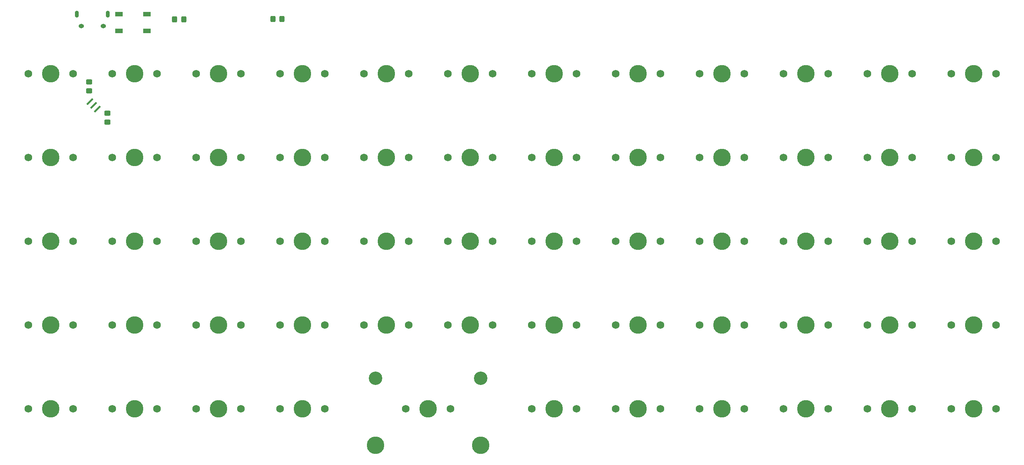
<source format=gbr>
G04 #@! TF.GenerationSoftware,KiCad,Pcbnew,(6.0.4)*
G04 #@! TF.CreationDate,2023-01-11T07:52:03+01:00*
G04 #@! TF.ProjectId,keyboard,6b657962-6f61-4726-942e-6b696361645f,rev?*
G04 #@! TF.SameCoordinates,Original*
G04 #@! TF.FileFunction,Soldermask,Top*
G04 #@! TF.FilePolarity,Negative*
%FSLAX46Y46*%
G04 Gerber Fmt 4.6, Leading zero omitted, Abs format (unit mm)*
G04 Created by KiCad (PCBNEW (6.0.4)) date 2023-01-11 07:52:03*
%MOMM*%
%LPD*%
G01*
G04 APERTURE LIST*
G04 Aperture macros list*
%AMRoundRect*
0 Rectangle with rounded corners*
0 $1 Rounding radius*
0 $2 $3 $4 $5 $6 $7 $8 $9 X,Y pos of 4 corners*
0 Add a 4 corners polygon primitive as box body*
4,1,4,$2,$3,$4,$5,$6,$7,$8,$9,$2,$3,0*
0 Add four circle primitives for the rounded corners*
1,1,$1+$1,$2,$3*
1,1,$1+$1,$4,$5*
1,1,$1+$1,$6,$7*
1,1,$1+$1,$8,$9*
0 Add four rect primitives between the rounded corners*
20,1,$1+$1,$2,$3,$4,$5,0*
20,1,$1+$1,$4,$5,$6,$7,0*
20,1,$1+$1,$6,$7,$8,$9,0*
20,1,$1+$1,$8,$9,$2,$3,0*%
%AMRotRect*
0 Rectangle, with rotation*
0 The origin of the aperture is its center*
0 $1 length*
0 $2 width*
0 $3 Rotation angle, in degrees counterclockwise*
0 Add horizontal line*
21,1,$1,$2,0,0,$3*%
G04 Aperture macros list end*
%ADD10RoundRect,0.250000X0.450000X-0.325000X0.450000X0.325000X-0.450000X0.325000X-0.450000X-0.325000X0*%
%ADD11RoundRect,0.250000X-0.450000X0.325000X-0.450000X-0.325000X0.450000X-0.325000X0.450000X0.325000X0*%
%ADD12R,1.700000X1.000000*%
%ADD13RotRect,0.400000X1.900000X315.000000*%
%ADD14RoundRect,0.250000X-0.325000X-0.450000X0.325000X-0.450000X0.325000X0.450000X-0.325000X0.450000X0*%
%ADD15C,1.750000*%
%ADD16C,3.987800*%
%ADD17C,3.048000*%
%ADD18O,0.890000X1.550000*%
%ADD19O,1.250000X0.950000*%
G04 APERTURE END LIST*
D10*
X66000000Y-84825000D03*
X66000000Y-82775000D03*
D11*
X70100000Y-89875000D03*
X70100000Y-91925000D03*
D12*
X79050000Y-67400000D03*
X72750000Y-67400000D03*
X72750000Y-71200000D03*
X79050000Y-71200000D03*
D13*
X66151472Y-87251472D03*
X67000000Y-88100000D03*
X67848528Y-88948528D03*
D14*
X85395001Y-68520001D03*
X87445001Y-68520001D03*
X107725000Y-68500000D03*
X109775000Y-68500000D03*
D15*
X223595000Y-138075000D03*
D16*
X228675000Y-138075000D03*
D15*
X233755000Y-138075000D03*
X271855000Y-138075000D03*
X261695000Y-138075000D03*
D16*
X266775000Y-138075000D03*
X247725000Y-138075000D03*
D15*
X242645000Y-138075000D03*
X252805000Y-138075000D03*
X81355000Y-119025000D03*
D16*
X76275000Y-119025000D03*
D15*
X71195000Y-119025000D03*
D16*
X133425000Y-138075000D03*
D15*
X138505000Y-138075000D03*
X128345000Y-138075000D03*
D16*
X133425000Y-99975000D03*
D15*
X128345000Y-99975000D03*
X138505000Y-99975000D03*
D16*
X57225000Y-138075000D03*
D15*
X62305000Y-138075000D03*
X52145000Y-138075000D03*
D16*
X171525000Y-80925000D03*
D15*
X176605000Y-80925000D03*
X166445000Y-80925000D03*
X157555000Y-80925000D03*
X147395000Y-80925000D03*
D16*
X152475000Y-80925000D03*
X114375000Y-80925000D03*
D15*
X109295000Y-80925000D03*
X119455000Y-80925000D03*
X195655000Y-119025000D03*
X185495000Y-119025000D03*
D16*
X190575000Y-119025000D03*
D15*
X62305000Y-80925000D03*
D16*
X57225000Y-80925000D03*
D15*
X52145000Y-80925000D03*
X214705000Y-138075000D03*
D16*
X209625000Y-138075000D03*
D15*
X204545000Y-138075000D03*
D16*
X95325000Y-80925000D03*
D15*
X100405000Y-80925000D03*
X90245000Y-80925000D03*
D16*
X266775000Y-119025000D03*
D15*
X271855000Y-119025000D03*
X261695000Y-119025000D03*
D16*
X142950000Y-157125000D03*
X154888000Y-165380000D03*
D15*
X137870000Y-157125000D03*
D17*
X154888000Y-150140000D03*
X131012000Y-150140000D03*
D15*
X148030000Y-157125000D03*
D16*
X131012000Y-165380000D03*
D15*
X242645000Y-157125000D03*
X252805000Y-157125000D03*
D16*
X247725000Y-157125000D03*
D15*
X223595000Y-119025000D03*
D16*
X228675000Y-119025000D03*
D15*
X233755000Y-119025000D03*
D16*
X247725000Y-80925000D03*
D15*
X252805000Y-80925000D03*
X242645000Y-80925000D03*
X185495000Y-80925000D03*
D16*
X190575000Y-80925000D03*
D15*
X195655000Y-80925000D03*
X81355000Y-99975000D03*
X71195000Y-99975000D03*
D16*
X76275000Y-99975000D03*
D15*
X100405000Y-157125000D03*
D16*
X95325000Y-157125000D03*
D15*
X90245000Y-157125000D03*
X157555000Y-138075000D03*
D16*
X152475000Y-138075000D03*
D15*
X147395000Y-138075000D03*
X261695000Y-80925000D03*
X271855000Y-80925000D03*
D16*
X266775000Y-80925000D03*
X57225000Y-119025000D03*
D15*
X62305000Y-119025000D03*
X52145000Y-119025000D03*
D16*
X133425000Y-119025000D03*
D15*
X128345000Y-119025000D03*
X138505000Y-119025000D03*
D16*
X247725000Y-119025000D03*
D15*
X252805000Y-119025000D03*
X242645000Y-119025000D03*
D16*
X114375000Y-157125000D03*
D15*
X109295000Y-157125000D03*
X119455000Y-157125000D03*
X176605000Y-138075000D03*
X166445000Y-138075000D03*
D16*
X171525000Y-138075000D03*
D15*
X214705000Y-80925000D03*
X204545000Y-80925000D03*
D16*
X209625000Y-80925000D03*
X209625000Y-119025000D03*
D15*
X214705000Y-119025000D03*
X204545000Y-119025000D03*
X62305000Y-99975000D03*
D16*
X57225000Y-99975000D03*
D15*
X52145000Y-99975000D03*
X166445000Y-157125000D03*
X176605000Y-157125000D03*
D16*
X171525000Y-157125000D03*
D15*
X100405000Y-99975000D03*
D16*
X95325000Y-99975000D03*
D15*
X90245000Y-99975000D03*
D16*
X152475000Y-99975000D03*
D15*
X147395000Y-99975000D03*
X157555000Y-99975000D03*
X176605000Y-119025000D03*
D16*
X171525000Y-119025000D03*
D15*
X166445000Y-119025000D03*
X81355000Y-80925000D03*
X71195000Y-80925000D03*
D16*
X76275000Y-80925000D03*
X190575000Y-138075000D03*
D15*
X195655000Y-138075000D03*
X185495000Y-138075000D03*
D16*
X228675000Y-99975000D03*
D15*
X233755000Y-99975000D03*
X223595000Y-99975000D03*
D16*
X95325000Y-119025000D03*
D15*
X90245000Y-119025000D03*
X100405000Y-119025000D03*
X223595000Y-80925000D03*
D16*
X228675000Y-80925000D03*
D15*
X233755000Y-80925000D03*
X233755000Y-157125000D03*
D16*
X228675000Y-157125000D03*
D15*
X223595000Y-157125000D03*
D16*
X209625000Y-157125000D03*
D15*
X204545000Y-157125000D03*
X214705000Y-157125000D03*
D16*
X133425000Y-80925000D03*
D15*
X138505000Y-80925000D03*
X128345000Y-80925000D03*
D16*
X114375000Y-138075000D03*
D15*
X119455000Y-138075000D03*
X109295000Y-138075000D03*
D16*
X209625000Y-99975000D03*
D15*
X204545000Y-99975000D03*
X214705000Y-99975000D03*
X271855000Y-99975000D03*
X261695000Y-99975000D03*
D16*
X266775000Y-99975000D03*
D15*
X271855000Y-157125000D03*
D16*
X266775000Y-157125000D03*
D15*
X261695000Y-157125000D03*
X71195000Y-157125000D03*
D16*
X76275000Y-157125000D03*
D15*
X81355000Y-157125000D03*
D16*
X76275000Y-138075000D03*
D15*
X71195000Y-138075000D03*
X81355000Y-138075000D03*
D16*
X57225000Y-157125000D03*
D15*
X62305000Y-157125000D03*
X52145000Y-157125000D03*
X100405000Y-138075000D03*
X90245000Y-138075000D03*
D16*
X95325000Y-138075000D03*
D15*
X185495000Y-157125000D03*
X195655000Y-157125000D03*
D16*
X190575000Y-157125000D03*
D15*
X185495000Y-99975000D03*
D16*
X190575000Y-99975000D03*
D15*
X195655000Y-99975000D03*
D16*
X114375000Y-99975000D03*
D15*
X109295000Y-99975000D03*
X119455000Y-99975000D03*
X109295000Y-119025000D03*
D16*
X114375000Y-119025000D03*
D15*
X119455000Y-119025000D03*
D16*
X171525000Y-99975000D03*
D15*
X176605000Y-99975000D03*
X166445000Y-99975000D03*
X252805000Y-99975000D03*
X242645000Y-99975000D03*
D16*
X247725000Y-99975000D03*
X152475000Y-119025000D03*
D15*
X157555000Y-119025000D03*
X147395000Y-119025000D03*
D18*
X70200000Y-67400000D03*
X63200000Y-67400000D03*
D19*
X64200000Y-70100000D03*
X69200000Y-70100000D03*
M02*

</source>
